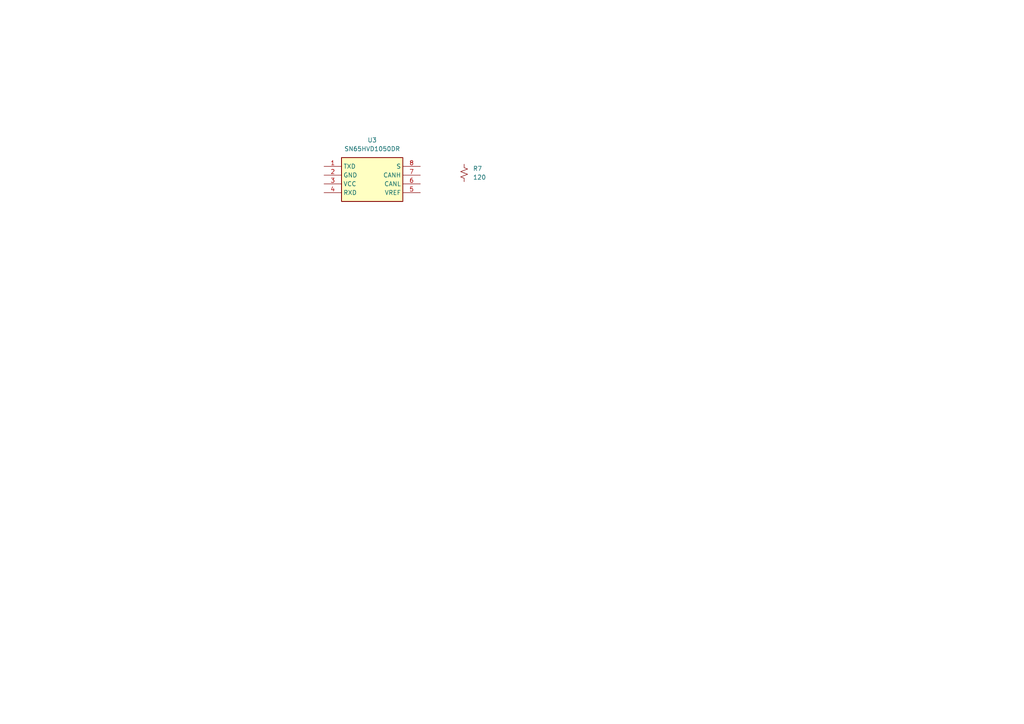
<source format=kicad_sch>
(kicad_sch (version 20250114) (generator "eeschema") (generator_version "9.0")
  (paper "A4")
  (title_block (title "ECE445M Robot Board") (date "2025-09-18") (rev "v7.0.1") (company "The University of Texas at Austin") (comment 1 "Jonathan Valvano"))
  (lib_symbols
    (symbol "ECE319K:R_0.125W" (pin_numbers (hide yes)) (pin_names (offset 0.254) (hide yes))
      (property "Reference" "R" (at 0.762 0.508 0))
      (property "Value" "R_0.125W" (at 0.762 -1.016 0))
      (symbol "R_0.125W_1_1"
        (polyline (pts (xy 0 1.524) (xy 1.016 1.143) (xy 0 0.762) (xy -1.016 0.381) (xy 0 0)))
        (polyline (pts (xy 0 0) (xy 1.016 -0.381) (xy 0 -0.762) (xy -1.016 -1.143) (xy 0 -1.524)))
        (pin passive line (at 0 2.54 270) (length 1.016) (name "~") (number "1"))
        (pin passive line (at 0 -2.54 90) (length 1.016) (name "~") (number "2"))
      )
    )
    (symbol "ECE445L:SN65HVD1050DR"
      (property "Reference" "IC" (at 24.13 7.62 0))
      (property "Value" "SN65HVD1050DR" (at 24.13 5.08 0))
      (symbol "SN65HVD1050DR_1_1"
        (rectangle (start 5.08 2.54) (end 22.86 -10.16) (stroke (width 0.254)) (fill (type background)))
        (pin passive line (at 0 0 0) (length 5.08) (name "TXD") (number "1"))
        (pin passive line (at 0 -2.54 0) (length 5.08) (name "GND") (number "2"))
        (pin passive line (at 0 -5.08 0) (length 5.08) (name "VCC") (number "3"))
        (pin passive line (at 0 -7.62 0) (length 5.08) (name "RXD") (number "4"))
        (pin passive line (at 27.94 0 180) (length 5.08) (name "S") (number "8"))
        (pin passive line (at 27.94 -2.54 180) (length 5.08) (name "CANH") (number "7"))
        (pin passive line (at 27.94 -5.08 180) (length 5.08) (name "CANL") (number "6"))
        (pin passive line (at 27.94 -7.62 180) (length 5.08) (name "VREF") (number "5"))
      )
    )
  )
  (symbol (lib_id "ECE319K:R_0.125W") (at 134.62 50.165 0) (unit 1)
    (property "Reference" "R7" (at 137.16 48.895 0) (effects (justify left)))
    (property "Value" "120" (at 137.16 51.435 0) (effects (justify left)))
    (property "Footprint" "ECE319K:R_Axial_DIN0204_L3.6mm_D1.6mm_P7.62mm_Horizontal" (effects (hide yes)))
    (property "Datasheet" "https://users.ece.utexas.edu/~valvano/mspm0/CarbonFilmresistors.pdf" (effects (hide yes)))
  )
  (symbol (lib_id "ECE445L:SN65HVD1050DR") (at 93.98 48.26 0) (unit 1)
    (property "Reference" "U3" (at 107.95 40.64 0))
    (property "Value" "SN65HVD1050DR" (at 107.95 43.18 0))
    (property "Footprint" "ECE445L:SOIC127P600X175-8N" (effects (hide yes)))
    (property "Datasheet" "https://www.ti.com/lit/ds/symlink/sn65hvd1050.pdf?ts=1618896978538&ref_url=https%253A%252F%252Fwww.google.com%252F" (effects (hide yes)))
    (property "Description" "High-Speed CAN Transceiver with Silent Mode" (effects (hide yes)))
    (property "Height" "1.75" (effects (hide yes)))
    (property "Mouser Part Number" "595-SN65HVD1050DR" (effects (hide yes)))
    (property "Mouser Price/Stock" "https://www.mouser.co.uk/ProductDetail/Texas-Instruments/SN65HVD1050DR?qs=QViXGNcIEAt%2FPpTrdx%252Bq7g%3D%3D" (effects (hide yes)))
    (property "Manufacturer_Name" "Texas Instruments" (effects (hide yes)))
    (property "Manufacturer_Part_Number" "SN65HVD1050DR" (effects (hide yes)))
  )
)
</source>
